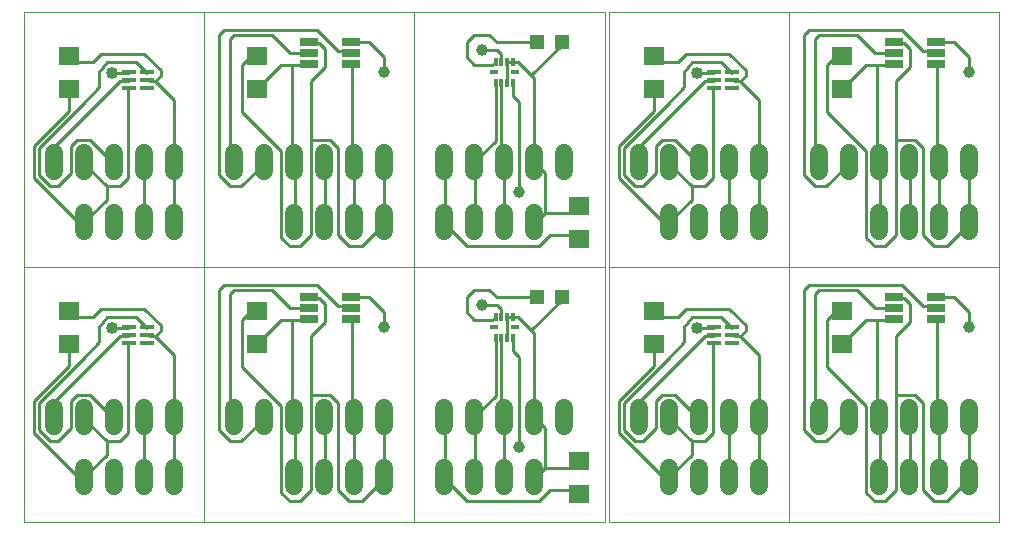
<source format=gtl>
G75*
%MOIN*%
%OFA0B0*%
%FSLAX24Y24*%
%IPPOS*%
%LPD*%
%AMOC8*
5,1,8,0,0,1.08239X$1,22.5*
%
%ADD10C,0.0000*%
%ADD11R,0.0709X0.0630*%
%ADD12R,0.0118X0.0315*%
%ADD13R,0.0315X0.0118*%
%ADD14C,0.0600*%
%ADD15R,0.0472X0.0138*%
%ADD16R,0.0600X0.0250*%
%ADD17R,0.0472X0.0472*%
%ADD18C,0.0100*%
%ADD19C,0.0396*%
%ADD20C,0.0400*%
D10*
X000100Y000248D02*
X000100Y008744D01*
X000100Y008748D02*
X000100Y017244D01*
X000100Y017248D02*
X006100Y017248D01*
X013100Y017248D01*
X019470Y017248D01*
X019470Y017244D02*
X019470Y008748D01*
X013100Y008748D01*
X013100Y017248D01*
X019600Y017248D02*
X025600Y017248D01*
X032600Y017248D01*
X032600Y008748D01*
X025600Y008748D01*
X025600Y017248D01*
X019600Y017244D02*
X019600Y008748D01*
X025600Y008748D01*
X032600Y008748D01*
X032600Y000248D01*
X025600Y000248D01*
X025600Y008748D01*
X019600Y008748D01*
X019600Y008744D02*
X019600Y000248D01*
X025600Y000248D01*
X019470Y000248D02*
X019470Y008744D01*
X019470Y008748D02*
X013100Y008748D01*
X006100Y008748D01*
X006100Y017248D01*
X006100Y008748D02*
X000100Y008748D01*
X006100Y008748D01*
X013100Y008748D01*
X013100Y000248D01*
X019470Y000248D01*
X013100Y000248D02*
X006100Y000248D01*
X006100Y008748D01*
X006100Y000248D02*
X000100Y000248D01*
D11*
X001600Y006196D03*
X001600Y007299D03*
X007850Y007299D03*
X007850Y006196D03*
X018600Y009696D03*
X018600Y010799D03*
X021100Y007299D03*
X021100Y006196D03*
X027350Y006196D03*
X027350Y007299D03*
X018600Y002299D03*
X018600Y001196D03*
X021100Y014696D03*
X021100Y015799D03*
X027350Y015799D03*
X027350Y014696D03*
X007850Y014696D03*
X007850Y015799D03*
X001600Y015799D03*
X001600Y014696D03*
D12*
X015805Y014893D03*
X016002Y014893D03*
X016198Y014893D03*
X016395Y014893D03*
X016395Y015602D03*
X016198Y015602D03*
X016002Y015602D03*
X015805Y015602D03*
X015805Y007102D03*
X016002Y007102D03*
X016198Y007102D03*
X016395Y007102D03*
X016395Y006393D03*
X016198Y006393D03*
X016002Y006393D03*
X015805Y006393D03*
D13*
X015746Y006748D03*
X016454Y006748D03*
X016454Y015248D03*
X015746Y015248D03*
D14*
X016100Y012548D02*
X016100Y011948D01*
X015100Y011948D02*
X015100Y012548D01*
X014100Y012548D02*
X014100Y011948D01*
X012100Y011948D02*
X012100Y012548D01*
X011100Y012548D02*
X011100Y011948D01*
X010100Y011948D02*
X010100Y012548D01*
X009100Y012548D02*
X009100Y011948D01*
X008100Y011948D02*
X008100Y012548D01*
X007100Y012548D02*
X007100Y011948D01*
X005100Y011948D02*
X005100Y012548D01*
X004100Y012548D02*
X004100Y011948D01*
X003100Y011948D02*
X003100Y012548D01*
X002100Y012548D02*
X002100Y011948D01*
X001100Y011948D02*
X001100Y012548D01*
X002100Y010548D02*
X002100Y009948D01*
X003100Y009948D02*
X003100Y010548D01*
X004100Y010548D02*
X004100Y009948D01*
X005100Y009948D02*
X005100Y010548D01*
X009100Y010548D02*
X009100Y009948D01*
X010100Y009948D02*
X010100Y010548D01*
X011100Y010548D02*
X011100Y009948D01*
X012100Y009948D02*
X012100Y010548D01*
X014100Y010548D02*
X014100Y009948D01*
X015100Y009948D02*
X015100Y010548D01*
X016100Y010548D02*
X016100Y009948D01*
X017100Y009948D02*
X017100Y010548D01*
X017100Y011948D02*
X017100Y012548D01*
X018100Y012548D02*
X018100Y011948D01*
X020600Y011948D02*
X020600Y012548D01*
X021600Y012548D02*
X021600Y011948D01*
X022600Y011948D02*
X022600Y012548D01*
X023600Y012548D02*
X023600Y011948D01*
X024600Y011948D02*
X024600Y012548D01*
X026600Y012548D02*
X026600Y011948D01*
X027600Y011948D02*
X027600Y012548D01*
X028600Y012548D02*
X028600Y011948D01*
X029600Y011948D02*
X029600Y012548D01*
X030600Y012548D02*
X030600Y011948D01*
X031600Y011948D02*
X031600Y012548D01*
X031600Y010548D02*
X031600Y009948D01*
X030600Y009948D02*
X030600Y010548D01*
X029600Y010548D02*
X029600Y009948D01*
X028600Y009948D02*
X028600Y010548D01*
X024600Y010548D02*
X024600Y009948D01*
X023600Y009948D02*
X023600Y010548D01*
X022600Y010548D02*
X022600Y009948D01*
X021600Y009948D02*
X021600Y010548D01*
X021600Y004048D02*
X021600Y003448D01*
X022600Y003448D02*
X022600Y004048D01*
X023600Y004048D02*
X023600Y003448D01*
X024600Y003448D02*
X024600Y004048D01*
X026600Y004048D02*
X026600Y003448D01*
X027600Y003448D02*
X027600Y004048D01*
X028600Y004048D02*
X028600Y003448D01*
X029600Y003448D02*
X029600Y004048D01*
X030600Y004048D02*
X030600Y003448D01*
X031600Y003448D02*
X031600Y004048D01*
X031600Y002048D02*
X031600Y001448D01*
X030600Y001448D02*
X030600Y002048D01*
X029600Y002048D02*
X029600Y001448D01*
X028600Y001448D02*
X028600Y002048D01*
X024600Y002048D02*
X024600Y001448D01*
X023600Y001448D02*
X023600Y002048D01*
X022600Y002048D02*
X022600Y001448D01*
X021600Y001448D02*
X021600Y002048D01*
X020600Y003448D02*
X020600Y004048D01*
X018100Y004048D02*
X018100Y003448D01*
X017100Y003448D02*
X017100Y004048D01*
X016100Y004048D02*
X016100Y003448D01*
X015100Y003448D02*
X015100Y004048D01*
X014100Y004048D02*
X014100Y003448D01*
X012100Y003448D02*
X012100Y004048D01*
X011100Y004048D02*
X011100Y003448D01*
X010100Y003448D02*
X010100Y004048D01*
X009100Y004048D02*
X009100Y003448D01*
X008100Y003448D02*
X008100Y004048D01*
X007100Y004048D02*
X007100Y003448D01*
X005100Y003448D02*
X005100Y004048D01*
X004100Y004048D02*
X004100Y003448D01*
X003100Y003448D02*
X003100Y004048D01*
X002100Y004048D02*
X002100Y003448D01*
X001100Y003448D02*
X001100Y004048D01*
X002100Y002048D02*
X002100Y001448D01*
X003100Y001448D02*
X003100Y002048D01*
X004100Y002048D02*
X004100Y001448D01*
X005100Y001448D02*
X005100Y002048D01*
X009100Y002048D02*
X009100Y001448D01*
X010100Y001448D02*
X010100Y002048D01*
X011100Y002048D02*
X011100Y001448D01*
X012100Y001448D02*
X012100Y002048D01*
X014100Y002048D02*
X014100Y001448D01*
X015100Y001448D02*
X015100Y002048D01*
X016100Y002048D02*
X016100Y001448D01*
X017100Y001448D02*
X017100Y002048D01*
D15*
X023100Y006236D03*
X023100Y006492D03*
X023100Y006748D03*
X023691Y006748D03*
X023691Y006492D03*
X023691Y006236D03*
X023691Y014736D03*
X023691Y014992D03*
X023691Y015248D03*
X023100Y015248D03*
X023100Y014992D03*
X023100Y014736D03*
X004191Y014736D03*
X003600Y014736D03*
X003600Y014992D03*
X003600Y015248D03*
X004191Y015248D03*
X004191Y014992D03*
X004191Y006748D03*
X004191Y006492D03*
X003600Y006492D03*
X003600Y006748D03*
X003600Y006236D03*
X004191Y006236D03*
D16*
X009600Y007039D03*
X009600Y007394D03*
X009600Y007748D03*
X011000Y007748D03*
X011000Y007394D03*
X011000Y007039D03*
X011000Y015539D03*
X011000Y015894D03*
X011000Y016248D03*
X009600Y016248D03*
X009600Y015894D03*
X009600Y015539D03*
X029100Y015539D03*
X029100Y015894D03*
X029100Y016248D03*
X030500Y016248D03*
X030500Y015894D03*
X030500Y015539D03*
X030500Y007748D03*
X030500Y007394D03*
X030500Y007039D03*
X029100Y007039D03*
X029100Y007394D03*
X029100Y007748D03*
D17*
X018013Y007748D03*
X017187Y007748D03*
X017187Y016248D03*
X018013Y016248D03*
D18*
X018013Y016161D01*
X016995Y015143D01*
X016550Y015588D01*
X016370Y015588D01*
X016395Y015602D01*
X016198Y015602D01*
X016198Y014893D01*
X016002Y014893D02*
X016002Y012346D01*
X016100Y012248D01*
X016100Y010248D01*
X015110Y010278D02*
X015100Y010248D01*
X015020Y010188D01*
X015110Y010278D02*
X015110Y012168D01*
X015100Y012248D01*
X015805Y012952D01*
X015805Y014893D01*
X016395Y014893D02*
X016395Y014452D01*
X016600Y014248D01*
X016600Y011248D01*
X017450Y011898D02*
X017450Y010548D01*
X017180Y010278D01*
X017100Y010248D01*
X017450Y010548D02*
X018530Y010548D01*
X018600Y010799D01*
X019910Y011718D02*
X021350Y010278D01*
X021530Y010278D01*
X021600Y010248D01*
X021620Y010278D01*
X022340Y010998D01*
X022340Y011448D01*
X021620Y012168D01*
X021600Y012248D01*
X021170Y011898D02*
X021170Y012798D01*
X021350Y012978D01*
X021800Y012978D01*
X022520Y012258D01*
X022600Y012248D01*
X023060Y011718D02*
X022790Y011448D01*
X022340Y011448D01*
X023060Y011718D02*
X023060Y014688D01*
X023100Y014736D01*
X023060Y014958D02*
X022790Y014958D01*
X020630Y012798D01*
X020630Y012258D01*
X020600Y012248D01*
X021170Y011898D02*
X020720Y011448D01*
X020450Y011448D01*
X020090Y011808D01*
X020090Y012708D01*
X021530Y014148D01*
X022100Y014748D01*
X022100Y015248D01*
X022340Y015588D01*
X023330Y015588D01*
X023690Y015228D01*
X023691Y015248D01*
X023691Y014992D02*
X023780Y014958D01*
X023960Y014958D01*
X024140Y015138D01*
X024140Y015318D01*
X023600Y015858D01*
X022160Y015858D01*
X021890Y015588D01*
X021170Y015588D01*
X021100Y015799D01*
X022520Y015228D02*
X023060Y015228D01*
X023100Y015248D01*
X023100Y014992D02*
X023060Y014958D01*
X023960Y014958D02*
X024590Y014328D01*
X024590Y012258D01*
X024600Y012248D01*
X024590Y012168D01*
X024590Y010278D01*
X024600Y010248D01*
X023600Y010248D02*
X023600Y012248D01*
X026100Y011808D02*
X026460Y011448D01*
X026820Y011448D01*
X027540Y012168D01*
X027600Y012248D01*
X028170Y012618D02*
X026850Y013938D01*
X026850Y015498D01*
X027151Y015799D01*
X027350Y015799D01*
X028151Y015498D02*
X028530Y015498D01*
X028530Y012258D01*
X028600Y012248D01*
X028620Y012168D01*
X028620Y010278D01*
X028600Y010248D01*
X028170Y009738D02*
X028440Y009468D01*
X028800Y009468D01*
X029160Y009828D01*
X029160Y012978D01*
X029790Y012978D01*
X030060Y012708D01*
X030060Y009828D01*
X030420Y009468D01*
X030870Y009468D01*
X031590Y010188D01*
X031600Y010248D01*
X031590Y010278D01*
X031590Y012168D01*
X031600Y012248D01*
X030600Y012248D02*
X030600Y010248D01*
X029610Y010278D02*
X029600Y010248D01*
X029610Y010278D02*
X029610Y012168D01*
X029600Y012248D01*
X030510Y012348D02*
X030600Y012258D01*
X030600Y012248D01*
X030510Y012348D02*
X030510Y015498D01*
X030500Y015539D01*
X030500Y015894D02*
X030420Y015948D01*
X030060Y015948D01*
X029340Y016668D01*
X026270Y016668D01*
X026100Y016498D01*
X026100Y011808D01*
X026550Y012258D02*
X026600Y012248D01*
X026550Y012258D02*
X026460Y012348D01*
X026460Y016358D01*
X026600Y016498D01*
X027850Y016498D01*
X028454Y015894D01*
X029100Y015894D01*
X029070Y015948D01*
X029160Y016218D02*
X029100Y016248D01*
X029160Y016218D02*
X029430Y016218D01*
X029610Y016038D01*
X029610Y015408D01*
X029160Y014958D01*
X029160Y012978D01*
X028170Y012618D02*
X028170Y009738D01*
X029340Y008168D02*
X026270Y008168D01*
X026100Y007998D01*
X026100Y003308D01*
X026460Y002948D01*
X026820Y002948D01*
X027540Y003668D01*
X027600Y003748D01*
X028170Y004118D02*
X026850Y005438D01*
X026850Y006998D01*
X027151Y007299D01*
X027350Y007299D01*
X028151Y006998D02*
X028530Y006998D01*
X028530Y003758D01*
X028600Y003748D01*
X028620Y003668D01*
X028620Y001778D01*
X028600Y001748D01*
X028170Y001238D02*
X028440Y000968D01*
X028800Y000968D01*
X029160Y001328D01*
X029160Y004478D01*
X029790Y004478D01*
X030060Y004208D01*
X030060Y001328D01*
X030420Y000968D01*
X030870Y000968D01*
X031590Y001688D01*
X031600Y001748D01*
X031590Y001778D01*
X031590Y003668D01*
X031600Y003748D01*
X030600Y003748D02*
X030600Y001748D01*
X029610Y001778D02*
X029600Y001748D01*
X029610Y001778D02*
X029610Y003668D01*
X029600Y003748D01*
X030510Y003848D02*
X030600Y003758D01*
X030600Y003748D01*
X030510Y003848D02*
X030510Y006998D01*
X030500Y007039D01*
X030500Y007394D02*
X030420Y007448D01*
X030060Y007448D01*
X029340Y008168D01*
X029430Y007718D02*
X029160Y007718D01*
X029100Y007748D01*
X029070Y007448D02*
X029100Y007394D01*
X028454Y007394D01*
X027850Y007998D01*
X026600Y007998D01*
X026460Y007858D01*
X026460Y003848D01*
X026550Y003758D01*
X026600Y003748D01*
X028170Y004118D02*
X028170Y001238D01*
X024600Y001748D02*
X024590Y001778D01*
X024590Y003668D01*
X024600Y003748D01*
X024590Y003758D01*
X024590Y005828D01*
X023960Y006458D01*
X024140Y006638D01*
X024140Y006818D01*
X023600Y007358D01*
X022160Y007358D01*
X021890Y007088D01*
X021170Y007088D01*
X021100Y007299D01*
X022100Y006748D02*
X022100Y006248D01*
X021530Y005648D01*
X020090Y004208D01*
X020090Y003308D01*
X020450Y002948D01*
X020720Y002948D01*
X021170Y003398D01*
X021170Y004298D01*
X021350Y004478D01*
X021800Y004478D01*
X022520Y003758D01*
X022600Y003748D01*
X023060Y003218D02*
X022790Y002948D01*
X022340Y002948D01*
X022340Y002498D01*
X021620Y001778D01*
X021600Y001748D01*
X021530Y001778D01*
X021350Y001778D01*
X019910Y003218D01*
X019910Y004298D01*
X021080Y005468D01*
X021080Y006368D01*
X021100Y006196D01*
X022100Y006748D02*
X022340Y007088D01*
X023330Y007088D01*
X023690Y006728D01*
X023691Y006748D01*
X023691Y006492D02*
X023780Y006458D01*
X023960Y006458D01*
X023100Y006492D02*
X023060Y006458D01*
X022790Y006458D01*
X020630Y004298D01*
X020630Y003758D01*
X020600Y003748D01*
X021600Y003748D02*
X021620Y003668D01*
X022340Y002948D01*
X023060Y003218D02*
X023060Y006188D01*
X023100Y006236D01*
X023060Y006728D02*
X022520Y006728D01*
X023060Y006728D02*
X023100Y006748D01*
X027350Y006196D02*
X028151Y006998D01*
X028530Y006998D02*
X028600Y006998D01*
X029070Y006998D01*
X029100Y007039D01*
X029610Y006908D02*
X029610Y007538D01*
X029430Y007718D01*
X030500Y007748D02*
X031100Y007748D01*
X031600Y007248D01*
X031600Y006748D01*
X029610Y006908D02*
X029160Y006458D01*
X029160Y004478D01*
X023600Y003748D02*
X023600Y001748D01*
X018600Y002299D02*
X018530Y002048D01*
X017450Y002048D01*
X017450Y003398D01*
X017100Y003748D01*
X017090Y003758D01*
X017090Y006548D01*
X016995Y006643D01*
X018013Y007661D01*
X018013Y007748D01*
X017187Y007748D02*
X015850Y007748D01*
X015600Y007998D01*
X015100Y007998D01*
X014850Y007748D01*
X014850Y007248D01*
X015100Y006998D01*
X015700Y006998D01*
X015805Y007102D01*
X016002Y007102D02*
X016002Y007346D01*
X015850Y007498D01*
X015350Y007498D01*
X016198Y007102D02*
X016198Y006393D01*
X016002Y006393D02*
X016002Y003846D01*
X016100Y003748D01*
X016100Y001748D01*
X015110Y001778D02*
X015100Y001748D01*
X015020Y001688D01*
X015110Y001778D02*
X015110Y003668D01*
X015100Y003748D01*
X015805Y004452D01*
X015805Y006393D01*
X016395Y006393D02*
X016395Y005952D01*
X016600Y005748D01*
X016600Y002748D01*
X017450Y002048D02*
X017180Y001778D01*
X017100Y001748D01*
X017630Y001328D02*
X017270Y000968D01*
X014840Y000968D01*
X014120Y001688D01*
X014100Y001748D01*
X014120Y001778D01*
X014120Y003668D01*
X014100Y003748D01*
X012100Y003748D02*
X012090Y003668D01*
X012090Y001778D01*
X012100Y001748D01*
X012090Y001688D01*
X011370Y000968D01*
X010920Y000968D01*
X010560Y001328D01*
X010560Y004208D01*
X010290Y004478D01*
X009660Y004478D01*
X009660Y001328D01*
X009300Y000968D01*
X008940Y000968D01*
X008670Y001238D01*
X008670Y004118D01*
X007350Y005438D01*
X007350Y006998D01*
X007651Y007299D01*
X007850Y007299D01*
X008651Y006998D02*
X009030Y006998D01*
X009030Y003758D01*
X009100Y003748D01*
X009120Y003668D01*
X009120Y001778D01*
X009100Y001748D01*
X010100Y001748D02*
X010110Y001778D01*
X010110Y003668D01*
X010100Y003748D01*
X011010Y003848D02*
X011100Y003758D01*
X011100Y003748D01*
X011100Y001748D01*
X008100Y003748D02*
X008040Y003668D01*
X007320Y002948D01*
X006960Y002948D01*
X006600Y003308D01*
X006600Y007998D01*
X006770Y008168D01*
X009840Y008168D01*
X010560Y007448D01*
X010920Y007448D01*
X011000Y007394D01*
X011000Y007748D02*
X011600Y007748D01*
X012100Y007248D01*
X012100Y006748D01*
X011010Y006998D02*
X011000Y007039D01*
X011010Y006998D02*
X011010Y003848D01*
X009660Y004478D02*
X009660Y006458D01*
X010110Y006908D01*
X010110Y007538D01*
X009930Y007718D01*
X009660Y007718D01*
X009600Y007748D01*
X009570Y007448D02*
X009600Y007394D01*
X008954Y007394D01*
X008350Y007998D01*
X007100Y007998D01*
X006960Y007858D01*
X006960Y003848D01*
X007050Y003758D01*
X007100Y003748D01*
X005100Y003748D02*
X005090Y003668D01*
X005090Y001778D01*
X005100Y001748D01*
X004100Y001748D02*
X004100Y003748D01*
X003560Y003218D02*
X003290Y002948D01*
X002840Y002948D01*
X002840Y002498D01*
X002120Y001778D01*
X002100Y001748D01*
X002030Y001778D01*
X001850Y001778D01*
X000410Y003218D01*
X000410Y004298D01*
X001580Y005468D01*
X001580Y006368D01*
X001600Y006196D01*
X002030Y005648D02*
X002600Y006248D01*
X002600Y006748D01*
X002840Y007088D01*
X003830Y007088D01*
X004190Y006728D01*
X004191Y006748D01*
X004191Y006492D02*
X004280Y006458D01*
X004460Y006458D01*
X004640Y006638D01*
X004640Y006818D01*
X004100Y007358D01*
X002660Y007358D01*
X002390Y007088D01*
X001670Y007088D01*
X001600Y007299D01*
X003020Y006728D02*
X003560Y006728D01*
X003600Y006748D01*
X003600Y006492D02*
X003560Y006458D01*
X003290Y006458D01*
X001130Y004298D01*
X001130Y003758D01*
X001100Y003748D01*
X001670Y003398D02*
X001670Y004298D01*
X001850Y004478D01*
X002300Y004478D01*
X003020Y003758D01*
X003100Y003748D01*
X003560Y003218D02*
X003560Y006188D01*
X003600Y006236D01*
X004460Y006458D02*
X005090Y005828D01*
X005090Y003758D01*
X005100Y003748D01*
X002840Y002948D02*
X002120Y003668D01*
X002100Y003748D01*
X001670Y003398D02*
X001220Y002948D01*
X000950Y002948D01*
X000590Y003308D01*
X000590Y004208D01*
X002030Y005648D01*
X007850Y006196D02*
X008651Y006998D01*
X009030Y006998D02*
X009100Y006998D01*
X009570Y006998D01*
X009600Y007039D01*
X009300Y009468D02*
X008940Y009468D01*
X008670Y009738D01*
X008670Y012618D01*
X007350Y013938D01*
X007350Y015498D01*
X007651Y015799D01*
X007850Y015799D01*
X008651Y015498D02*
X009030Y015498D01*
X009030Y012258D01*
X009100Y012248D01*
X009120Y012168D01*
X009120Y010278D01*
X009100Y010248D01*
X009660Y009828D02*
X009660Y012978D01*
X010290Y012978D01*
X010560Y012708D01*
X010560Y009828D01*
X010920Y009468D01*
X011370Y009468D01*
X012090Y010188D01*
X012100Y010248D01*
X012090Y010278D01*
X012090Y012168D01*
X012100Y012248D01*
X011100Y012248D02*
X011100Y010248D01*
X010110Y010278D02*
X010100Y010248D01*
X010110Y010278D02*
X010110Y012168D01*
X010100Y012248D01*
X011010Y012348D02*
X011100Y012258D01*
X011100Y012248D01*
X011010Y012348D02*
X011010Y015498D01*
X011000Y015539D01*
X011000Y015894D02*
X010920Y015948D01*
X010560Y015948D01*
X009840Y016668D01*
X006770Y016668D01*
X006600Y016498D01*
X006600Y011808D01*
X006960Y011448D01*
X007320Y011448D01*
X008040Y012168D01*
X008100Y012248D01*
X007100Y012248D02*
X007050Y012258D01*
X006960Y012348D01*
X006960Y016358D01*
X007100Y016498D01*
X008350Y016498D01*
X008954Y015894D01*
X009600Y015894D01*
X009570Y015948D01*
X009930Y016218D02*
X010110Y016038D01*
X010110Y015408D01*
X009660Y014958D01*
X009660Y012978D01*
X007850Y014696D02*
X008651Y015498D01*
X009030Y015498D02*
X009100Y015498D01*
X009570Y015498D01*
X009600Y015539D01*
X009660Y016218D02*
X009600Y016248D01*
X009660Y016218D02*
X009930Y016218D01*
X011000Y016248D02*
X011600Y016248D01*
X012100Y015748D01*
X012100Y015248D01*
X014850Y015748D02*
X015100Y015498D01*
X015700Y015498D01*
X015805Y015602D01*
X016002Y015602D02*
X016002Y015846D01*
X015850Y015998D01*
X015350Y015998D01*
X015100Y016498D02*
X014850Y016248D01*
X014850Y015748D01*
X015600Y016498D02*
X015850Y016248D01*
X017187Y016248D01*
X015600Y016498D02*
X015100Y016498D01*
X016995Y015143D02*
X017090Y015048D01*
X017090Y012258D01*
X017100Y012248D01*
X017450Y011898D01*
X019910Y011718D02*
X019910Y012798D01*
X021080Y013968D01*
X021080Y014868D01*
X021100Y014696D01*
X027350Y014696D02*
X028151Y015498D01*
X028530Y015498D02*
X028600Y015498D01*
X029070Y015498D01*
X029100Y015539D01*
X030500Y016248D02*
X031100Y016248D01*
X031600Y015748D01*
X031600Y015248D01*
X018600Y009696D02*
X018530Y009828D01*
X017630Y009828D01*
X017270Y009468D01*
X014840Y009468D01*
X014120Y010188D01*
X014100Y010248D01*
X014120Y010278D01*
X014120Y012168D01*
X014100Y012248D01*
X009660Y009828D02*
X009300Y009468D01*
X005100Y010248D02*
X005090Y010278D01*
X005090Y012168D01*
X005100Y012248D01*
X005090Y012258D01*
X005090Y014328D01*
X004460Y014958D01*
X004640Y015138D01*
X004640Y015318D01*
X004100Y015858D01*
X002660Y015858D01*
X002390Y015588D01*
X001670Y015588D01*
X001600Y015799D01*
X002600Y015248D02*
X002600Y014748D01*
X002030Y014148D01*
X000590Y012708D01*
X000590Y011808D01*
X000950Y011448D01*
X001220Y011448D01*
X001670Y011898D01*
X001670Y012798D01*
X001850Y012978D01*
X002300Y012978D01*
X003020Y012258D01*
X003100Y012248D01*
X003560Y011718D02*
X003290Y011448D01*
X002840Y011448D01*
X002840Y010998D01*
X002120Y010278D01*
X002100Y010248D01*
X002030Y010278D01*
X001850Y010278D01*
X000410Y011718D01*
X000410Y012798D01*
X001580Y013968D01*
X001580Y014868D01*
X001600Y014696D01*
X002600Y015248D02*
X002840Y015588D01*
X003830Y015588D01*
X004190Y015228D01*
X004191Y015248D01*
X004191Y014992D02*
X004280Y014958D01*
X004460Y014958D01*
X003600Y014992D02*
X003560Y014958D01*
X003290Y014958D01*
X001130Y012798D01*
X001130Y012258D01*
X001100Y012248D01*
X002100Y012248D02*
X002120Y012168D01*
X002840Y011448D01*
X003560Y011718D02*
X003560Y014688D01*
X003600Y014736D01*
X003560Y015228D02*
X003020Y015228D01*
X003560Y015228D02*
X003600Y015248D01*
X004100Y012248D02*
X004100Y010248D01*
X016198Y007102D02*
X016395Y007102D01*
X016370Y007088D01*
X016550Y007088D01*
X016995Y006643D01*
X017630Y001328D02*
X018530Y001328D01*
X018600Y001196D01*
D19*
X016600Y002748D03*
X012100Y006748D03*
X015350Y007498D03*
X016600Y011248D03*
X012100Y015248D03*
X015350Y015998D03*
X031600Y015248D03*
X031600Y006748D03*
D20*
X022520Y006728D03*
X022520Y015228D03*
X003020Y015228D03*
X003020Y006728D03*
M02*

</source>
